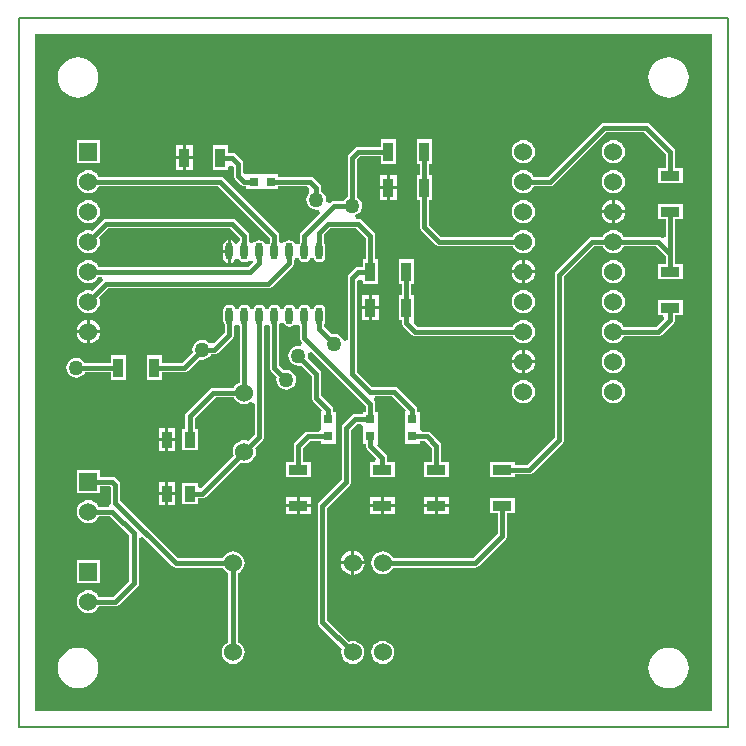
<source format=gtl>
G04 Layer_Physical_Order=1*
G04 Layer_Color=255*
%FSLAX25Y25*%
%MOIN*%
G70*
G01*
G75*
%ADD10R,0.06496X0.03543*%
%ADD11R,0.03543X0.06496*%
%ADD12O,0.02362X0.05709*%
%ADD13R,0.03543X0.05512*%
%ADD14R,0.03150X0.03150*%
%ADD15R,0.03150X0.03150*%
%ADD16C,0.01600*%
%ADD17C,0.00800*%
%ADD18C,0.06000*%
%ADD19R,0.06000X0.06000*%
%ADD20C,0.05000*%
G36*
X427808Y493451D02*
X202113D01*
Y719147D01*
X427808D01*
Y493451D01*
D02*
G37*
%LPC*%
G36*
X245661Y583500D02*
X243390D01*
Y580244D01*
X245661D01*
Y583500D01*
D02*
G37*
G36*
X248933Y569756D02*
X246661D01*
Y566500D01*
X248933D01*
Y569756D01*
D02*
G37*
G36*
Y583500D02*
X246661D01*
Y580244D01*
X248933D01*
Y583500D01*
D02*
G37*
G36*
Y587756D02*
X246661D01*
Y584500D01*
X248933D01*
Y587756D01*
D02*
G37*
G36*
X245661D02*
X243390D01*
Y584500D01*
X245661D01*
Y587756D01*
D02*
G37*
G36*
X289500Y564768D02*
X285752D01*
Y562496D01*
X289500D01*
Y564768D01*
D02*
G37*
G36*
X335500D02*
X331752D01*
Y562496D01*
X335500D01*
Y564768D01*
D02*
G37*
G36*
X340248D02*
X336500D01*
Y562496D01*
X340248D01*
Y564768D01*
D02*
G37*
G36*
X245661Y569756D02*
X243390D01*
Y566500D01*
X245661D01*
Y569756D01*
D02*
G37*
G36*
X294248Y564768D02*
X290500D01*
Y562496D01*
X294248D01*
Y564768D01*
D02*
G37*
G36*
X364500Y613969D02*
X363956Y613897D01*
X362983Y613494D01*
X362147Y612853D01*
X361506Y612017D01*
X361103Y611044D01*
X361031Y610500D01*
X364500D01*
Y613969D01*
D02*
G37*
G36*
X232568Y612048D02*
X227424D01*
Y609631D01*
X218896D01*
X218882Y609664D01*
X218354Y610354D01*
X217664Y610883D01*
X216862Y611215D01*
X216000Y611329D01*
X215139Y611215D01*
X214336Y610883D01*
X213646Y610354D01*
X213118Y609664D01*
X212785Y608861D01*
X212671Y608000D01*
X212785Y607138D01*
X213118Y606336D01*
X213646Y605646D01*
X214336Y605118D01*
X215139Y604785D01*
X216000Y604671D01*
X216862Y604785D01*
X217664Y605118D01*
X218354Y605646D01*
X218882Y606336D01*
X218896Y606369D01*
X227424D01*
Y603952D01*
X232568D01*
Y612048D01*
D02*
G37*
G36*
X365500Y613969D02*
Y610500D01*
X368969D01*
X368897Y611044D01*
X368494Y612017D01*
X367853Y612853D01*
X367017Y613494D01*
X366044Y613897D01*
X365500Y613969D01*
D02*
G37*
G36*
X223969Y619500D02*
X220500D01*
Y616031D01*
X221044Y616103D01*
X222017Y616506D01*
X222853Y617147D01*
X223494Y617983D01*
X223897Y618956D01*
X223969Y619500D01*
D02*
G37*
G36*
X219500D02*
X216031D01*
X216103Y618956D01*
X216506Y617983D01*
X217147Y617147D01*
X217983Y616506D01*
X218956Y616103D01*
X219500Y616031D01*
Y619500D01*
D02*
G37*
G36*
X395000Y603833D02*
X394008Y603702D01*
X393084Y603319D01*
X392290Y602710D01*
X391681Y601916D01*
X391298Y600992D01*
X391167Y600000D01*
X391298Y599008D01*
X391681Y598084D01*
X392290Y597290D01*
X393084Y596681D01*
X394008Y596298D01*
X395000Y596167D01*
X395992Y596298D01*
X396916Y596681D01*
X397710Y597290D01*
X398319Y598084D01*
X398702Y599008D01*
X398833Y600000D01*
X398702Y600992D01*
X398319Y601916D01*
X397710Y602710D01*
X396916Y603319D01*
X395992Y603702D01*
X395000Y603833D01*
D02*
G37*
G36*
X365000D02*
X364008Y603702D01*
X363084Y603319D01*
X362290Y602710D01*
X361681Y601916D01*
X361298Y600992D01*
X361167Y600000D01*
X361298Y599008D01*
X361681Y598084D01*
X362290Y597290D01*
X363084Y596681D01*
X364008Y596298D01*
X365000Y596167D01*
X365992Y596298D01*
X366916Y596681D01*
X367710Y597290D01*
X368319Y598084D01*
X368702Y599008D01*
X368833Y600000D01*
X368702Y600992D01*
X368319Y601916D01*
X367710Y602710D01*
X366916Y603319D01*
X365992Y603702D01*
X365000Y603833D01*
D02*
G37*
G36*
X364500Y609500D02*
X361031D01*
X361103Y608956D01*
X361506Y607983D01*
X362147Y607147D01*
X362983Y606506D01*
X363956Y606103D01*
X364500Y606031D01*
Y609500D01*
D02*
G37*
G36*
X395000Y613833D02*
X394008Y613702D01*
X393084Y613319D01*
X392290Y612710D01*
X391681Y611916D01*
X391298Y610992D01*
X391167Y610000D01*
X391298Y609008D01*
X391681Y608084D01*
X392290Y607290D01*
X393084Y606681D01*
X394008Y606298D01*
X395000Y606167D01*
X395992Y606298D01*
X396916Y606681D01*
X397710Y607290D01*
X398319Y608084D01*
X398702Y609008D01*
X398833Y610000D01*
X398702Y610992D01*
X398319Y611916D01*
X397710Y612710D01*
X396916Y613319D01*
X395992Y613702D01*
X395000Y613833D01*
D02*
G37*
G36*
X368969Y609500D02*
X365500D01*
Y606031D01*
X366044Y606103D01*
X367017Y606506D01*
X367853Y607147D01*
X368494Y607983D01*
X368897Y608956D01*
X368969Y609500D01*
D02*
G37*
G36*
X307563Y546929D02*
X307019Y546858D01*
X306046Y546455D01*
X305210Y545814D01*
X304569Y544978D01*
X304166Y544005D01*
X304094Y543461D01*
X307563D01*
Y546929D01*
D02*
G37*
G36*
X312032Y542461D02*
X308563D01*
Y538992D01*
X309107Y539064D01*
X310080Y539467D01*
X310916Y540108D01*
X311557Y540943D01*
X311960Y541916D01*
X312032Y542461D01*
D02*
G37*
G36*
X308563Y546929D02*
Y543461D01*
X312032D01*
X311960Y544005D01*
X311557Y544978D01*
X310916Y545814D01*
X310080Y546455D01*
X309107Y546858D01*
X308563Y546929D01*
D02*
G37*
G36*
X289500Y561496D02*
X285752D01*
Y559224D01*
X289500D01*
Y561496D01*
D02*
G37*
G36*
X362048Y564568D02*
X353952D01*
Y559424D01*
X356369D01*
Y552676D01*
X348285Y544592D01*
X321500D01*
X321382Y544877D01*
X320773Y545671D01*
X319979Y546280D01*
X319055Y546663D01*
X318063Y546793D01*
X317071Y546663D01*
X316147Y546280D01*
X315353Y545671D01*
X314744Y544877D01*
X314361Y543953D01*
X314230Y542961D01*
X314361Y541969D01*
X314744Y541044D01*
X315353Y540250D01*
X316147Y539641D01*
X317071Y539258D01*
X318063Y539128D01*
X319055Y539258D01*
X319979Y539641D01*
X320773Y540250D01*
X321382Y541044D01*
X321500Y541329D01*
X348961D01*
X349585Y541454D01*
X350114Y541807D01*
X359154Y550846D01*
X359507Y551376D01*
X359631Y552000D01*
Y559424D01*
X362048D01*
Y564568D01*
D02*
G37*
G36*
X413386Y514612D02*
X412071Y514482D01*
X410807Y514099D01*
X409642Y513476D01*
X408621Y512639D01*
X407783Y511617D01*
X407161Y510453D01*
X406777Y509189D01*
X406648Y507874D01*
X406777Y506560D01*
X407161Y505296D01*
X407783Y504131D01*
X408621Y503110D01*
X409642Y502272D01*
X410807Y501649D01*
X412071Y501265D01*
X413386Y501136D01*
X414700Y501265D01*
X415964Y501649D01*
X417129Y502272D01*
X418150Y503110D01*
X418988Y504131D01*
X419611Y505296D01*
X419994Y506560D01*
X420124Y507874D01*
X419994Y509189D01*
X419611Y510453D01*
X418988Y511617D01*
X418150Y512639D01*
X417129Y513476D01*
X415964Y514099D01*
X414700Y514482D01*
X413386Y514612D01*
D02*
G37*
G36*
X216535D02*
X215221Y514482D01*
X213957Y514099D01*
X212792Y513476D01*
X211771Y512639D01*
X210933Y511617D01*
X210310Y510453D01*
X209927Y509189D01*
X209798Y507874D01*
X209927Y506560D01*
X210310Y505296D01*
X210933Y504131D01*
X211771Y503110D01*
X212792Y502272D01*
X213957Y501649D01*
X215221Y501265D01*
X216535Y501136D01*
X217850Y501265D01*
X219114Y501649D01*
X220279Y502272D01*
X221300Y503110D01*
X222138Y504131D01*
X222761Y505296D01*
X223144Y506560D01*
X223273Y507874D01*
X223144Y509189D01*
X222761Y510453D01*
X222138Y511617D01*
X221300Y512639D01*
X220279Y513476D01*
X219114Y514099D01*
X217850Y514482D01*
X216535Y514612D01*
D02*
G37*
G36*
X318063Y516872D02*
X317071Y516742D01*
X316147Y516359D01*
X315353Y515750D01*
X314744Y514956D01*
X314361Y514031D01*
X314230Y513039D01*
X314361Y512047D01*
X314744Y511123D01*
X315353Y510329D01*
X316147Y509720D01*
X317071Y509337D01*
X318063Y509207D01*
X319055Y509337D01*
X319979Y509720D01*
X320773Y510329D01*
X321382Y511123D01*
X321765Y512047D01*
X321896Y513039D01*
X321765Y514031D01*
X321382Y514956D01*
X320773Y515750D01*
X319979Y516359D01*
X319055Y516742D01*
X318063Y516872D01*
D02*
G37*
G36*
X307563Y542461D02*
X304094D01*
X304166Y541916D01*
X304569Y540943D01*
X305210Y540108D01*
X306046Y539467D01*
X307019Y539064D01*
X307563Y538992D01*
Y542461D01*
D02*
G37*
G36*
X223800Y543800D02*
X216200D01*
Y536200D01*
X223800D01*
Y543800D01*
D02*
G37*
G36*
X245661Y565500D02*
X243390D01*
Y562244D01*
X245661D01*
Y565500D01*
D02*
G37*
G36*
X223800Y573800D02*
X216200D01*
Y566200D01*
X223800D01*
Y568369D01*
X227324D01*
X227369Y568324D01*
Y563000D01*
X227402Y562831D01*
X226762Y561800D01*
X226547Y561631D01*
X223437D01*
X223319Y561916D01*
X222710Y562710D01*
X221916Y563319D01*
X220992Y563702D01*
X220000Y563833D01*
X219008Y563702D01*
X218084Y563319D01*
X217290Y562710D01*
X216681Y561916D01*
X216298Y560992D01*
X216167Y560000D01*
X216298Y559008D01*
X216681Y558084D01*
X217290Y557290D01*
X218084Y556681D01*
X219008Y556298D01*
X220000Y556167D01*
X220992Y556298D01*
X221916Y556681D01*
X222710Y557290D01*
X223319Y558084D01*
X223437Y558369D01*
X227324D01*
X233592Y552101D01*
Y536899D01*
X228324Y531631D01*
X223437D01*
X223319Y531916D01*
X222710Y532710D01*
X221916Y533319D01*
X220992Y533702D01*
X220000Y533833D01*
X219008Y533702D01*
X218084Y533319D01*
X217290Y532710D01*
X216681Y531916D01*
X216298Y530992D01*
X216167Y530000D01*
X216298Y529008D01*
X216681Y528084D01*
X217290Y527290D01*
X218084Y526681D01*
X219008Y526298D01*
X220000Y526167D01*
X220992Y526298D01*
X221916Y526681D01*
X222710Y527290D01*
X223319Y528084D01*
X223437Y528369D01*
X229000D01*
X229624Y528493D01*
X230153Y528847D01*
X236377Y535070D01*
X236731Y535599D01*
X236855Y536224D01*
Y551141D01*
X238055Y551638D01*
X247886Y541807D01*
X248415Y541454D01*
X249039Y541329D01*
X264862D01*
X264980Y541044D01*
X265589Y540250D01*
X266383Y539641D01*
X266668Y539523D01*
Y516477D01*
X266383Y516359D01*
X265589Y515750D01*
X264980Y514956D01*
X264597Y514031D01*
X264466Y513039D01*
X264597Y512047D01*
X264980Y511123D01*
X265589Y510329D01*
X266383Y509720D01*
X267307Y509337D01*
X268299Y509207D01*
X269291Y509337D01*
X270216Y509720D01*
X271009Y510329D01*
X271619Y511123D01*
X272001Y512047D01*
X272132Y513039D01*
X272001Y514031D01*
X271619Y514956D01*
X271009Y515750D01*
X270216Y516359D01*
X269931Y516477D01*
Y539523D01*
X270216Y539641D01*
X271009Y540250D01*
X271619Y541044D01*
X272001Y541969D01*
X272132Y542961D01*
X272001Y543953D01*
X271619Y544877D01*
X271009Y545671D01*
X270216Y546280D01*
X269291Y546663D01*
X268299Y546793D01*
X267307Y546663D01*
X266383Y546280D01*
X265589Y545671D01*
X264980Y544877D01*
X264862Y544592D01*
X249715D01*
X230631Y563676D01*
Y569000D01*
X230507Y569624D01*
X230153Y570154D01*
X229153Y571153D01*
X228624Y571507D01*
X228000Y571631D01*
X223800D01*
Y573800D01*
D02*
G37*
G36*
X248933Y565500D02*
X246661D01*
Y562244D01*
X248933D01*
Y565500D01*
D02*
G37*
G36*
X322248Y564768D02*
X318500D01*
Y562496D01*
X322248D01*
Y564768D01*
D02*
G37*
G36*
X317500D02*
X313752D01*
Y562496D01*
X317500D01*
Y564768D01*
D02*
G37*
G36*
X335500Y561496D02*
X331752D01*
Y559224D01*
X335500D01*
Y561496D01*
D02*
G37*
G36*
X294248D02*
X290500D01*
Y559224D01*
X294248D01*
Y561496D01*
D02*
G37*
G36*
X340248D02*
X336500D01*
Y559224D01*
X340248D01*
Y561496D01*
D02*
G37*
G36*
X322248Y561496D02*
X318500D01*
Y559224D01*
X322248D01*
Y561496D01*
D02*
G37*
G36*
X317500D02*
X313752D01*
Y559224D01*
X317500D01*
Y561496D01*
D02*
G37*
G36*
X322768Y667500D02*
X320496D01*
Y663752D01*
X322768D01*
Y667500D01*
D02*
G37*
G36*
X319496D02*
X317224D01*
Y663752D01*
X319496D01*
Y667500D01*
D02*
G37*
G36*
X395000Y673833D02*
X394008Y673702D01*
X393084Y673319D01*
X392290Y672710D01*
X391681Y671916D01*
X391298Y670992D01*
X391167Y670000D01*
X391298Y669008D01*
X391681Y668084D01*
X392290Y667290D01*
X393084Y666681D01*
X394008Y666298D01*
X395000Y666167D01*
X395992Y666298D01*
X396916Y666681D01*
X397710Y667290D01*
X398319Y668084D01*
X398702Y669008D01*
X398833Y670000D01*
X398702Y670992D01*
X398319Y671916D01*
X397710Y672710D01*
X396916Y673319D01*
X395992Y673702D01*
X395000Y673833D01*
D02*
G37*
G36*
X322768Y672248D02*
X320496D01*
Y668500D01*
X322768D01*
Y672248D01*
D02*
G37*
G36*
X319496D02*
X317224D01*
Y668500D01*
X319496D01*
Y672248D01*
D02*
G37*
G36*
X365000Y663833D02*
X364008Y663702D01*
X363084Y663319D01*
X362290Y662710D01*
X361681Y661916D01*
X361298Y660992D01*
X361167Y660000D01*
X361298Y659008D01*
X361681Y658084D01*
X362290Y657290D01*
X363084Y656681D01*
X364008Y656298D01*
X365000Y656167D01*
X365992Y656298D01*
X366916Y656681D01*
X367710Y657290D01*
X368319Y658084D01*
X368702Y659008D01*
X368833Y660000D01*
X368702Y660992D01*
X368319Y661916D01*
X367710Y662710D01*
X366916Y663319D01*
X365992Y663702D01*
X365000Y663833D01*
D02*
G37*
G36*
X220000D02*
X219008Y663702D01*
X218084Y663319D01*
X217290Y662710D01*
X216681Y661916D01*
X216298Y660992D01*
X216167Y660000D01*
X216298Y659008D01*
X216681Y658084D01*
X217290Y657290D01*
X218084Y656681D01*
X219008Y656298D01*
X220000Y656167D01*
X220992Y656298D01*
X221916Y656681D01*
X222710Y657290D01*
X223319Y658084D01*
X223702Y659008D01*
X223833Y660000D01*
X223702Y660992D01*
X223319Y661916D01*
X222710Y662710D01*
X221916Y663319D01*
X220992Y663702D01*
X220000Y663833D01*
D02*
G37*
G36*
X394500Y663969D02*
X393956Y663897D01*
X392983Y663494D01*
X392147Y662853D01*
X391506Y662017D01*
X391103Y661044D01*
X391031Y660500D01*
X394500D01*
Y663969D01*
D02*
G37*
G36*
X322568Y684048D02*
X317424D01*
Y681631D01*
X310000D01*
X309376Y681507D01*
X308846Y681153D01*
X306846Y679153D01*
X306493Y678624D01*
X306369Y678000D01*
Y664896D01*
X306336Y664883D01*
X305646Y664354D01*
X305118Y663664D01*
X305104Y663631D01*
X302000D01*
X302000Y663631D01*
X301376Y663507D01*
X300847Y663154D01*
X300511Y662818D01*
X299313Y663137D01*
X299227Y663231D01*
X299328Y664000D01*
X299215Y664861D01*
X298883Y665664D01*
X298354Y666354D01*
X297664Y666883D01*
X297631Y666896D01*
Y668000D01*
X297507Y668624D01*
X297153Y669153D01*
X295153Y671153D01*
X294624Y671507D01*
X294000Y671631D01*
X283328D01*
Y672375D01*
X278622D01*
X278578Y672375D01*
X277422D01*
X277378Y672375D01*
X272673D01*
X272672Y672375D01*
X271631Y672758D01*
Y676000D01*
X271507Y676624D01*
X271153Y677153D01*
X269153Y679153D01*
X268624Y679507D01*
X268000Y679631D01*
X266576D01*
Y682048D01*
X261432D01*
Y673952D01*
X266576D01*
Y674840D01*
X267776Y675400D01*
X268369Y674942D01*
Y672000D01*
X268493Y671376D01*
X268847Y670847D01*
X270847Y668847D01*
X271376Y668493D01*
X272000Y668369D01*
X272672D01*
Y667625D01*
X277378D01*
X277422Y667625D01*
X278578D01*
X278622Y667625D01*
X283328D01*
Y668369D01*
X292811D01*
X293610Y667521D01*
X293646Y666354D01*
X293117Y665664D01*
X292785Y664861D01*
X292671Y664000D01*
X292785Y663138D01*
X293117Y662336D01*
X293646Y661646D01*
X294336Y661118D01*
X295139Y660785D01*
X296000Y660672D01*
X296769Y660773D01*
X296863Y660687D01*
X297182Y659489D01*
X290846Y653154D01*
X290493Y652624D01*
X290369Y652000D01*
Y649526D01*
X290134Y649175D01*
X290112Y649063D01*
X288888D01*
X288866Y649175D01*
X288428Y649830D01*
X287773Y650268D01*
X287000Y650421D01*
X286227Y650268D01*
X285572Y649830D01*
X285551Y649799D01*
X284098Y649651D01*
X283631Y650157D01*
Y652000D01*
X283507Y652624D01*
X283154Y653154D01*
X265154Y671153D01*
X264624Y671507D01*
X264000Y671631D01*
X223437D01*
X223319Y671916D01*
X222710Y672710D01*
X221916Y673319D01*
X220992Y673702D01*
X220000Y673833D01*
X219008Y673702D01*
X218084Y673319D01*
X217290Y672710D01*
X216681Y671916D01*
X216298Y670992D01*
X216167Y670000D01*
X216298Y669008D01*
X216681Y668084D01*
X217290Y667290D01*
X218084Y666681D01*
X219008Y666298D01*
X220000Y666167D01*
X220992Y666298D01*
X221916Y666681D01*
X222710Y667290D01*
X223319Y668084D01*
X223437Y668369D01*
X263324D01*
X280369Y651324D01*
Y649526D01*
X280134Y649175D01*
X280112Y649063D01*
X278888D01*
X278866Y649175D01*
X278428Y649830D01*
X277773Y650268D01*
X277000Y650421D01*
X276227Y650268D01*
X275572Y649830D01*
X275551Y649799D01*
X274098Y649651D01*
X273631Y650157D01*
Y652000D01*
X273507Y652624D01*
X273153Y653154D01*
X269153Y657154D01*
X268624Y657507D01*
X268000Y657631D01*
X226000D01*
X225376Y657507D01*
X224847Y657154D01*
X221277Y653584D01*
X220992Y653702D01*
X220000Y653833D01*
X219008Y653702D01*
X218084Y653319D01*
X217290Y652710D01*
X216681Y651916D01*
X216298Y650992D01*
X216167Y650000D01*
X216298Y649008D01*
X216681Y648084D01*
X217290Y647290D01*
X218084Y646681D01*
X219008Y646298D01*
X220000Y646167D01*
X220992Y646298D01*
X221916Y646681D01*
X222710Y647290D01*
X223319Y648084D01*
X223702Y649008D01*
X223833Y650000D01*
X223702Y650992D01*
X223584Y651277D01*
X226676Y654369D01*
X267324D01*
X270369Y651324D01*
Y650059D01*
X269243Y649346D01*
X268955Y649401D01*
X268572Y649974D01*
X267851Y650456D01*
X267500Y650526D01*
Y646728D01*
Y642931D01*
X267851Y643001D01*
X268572Y643483D01*
X268955Y644056D01*
X269516Y644163D01*
X270257Y644098D01*
X270572Y643627D01*
X271227Y643189D01*
X272000Y643035D01*
X272773Y643189D01*
X273428Y643627D01*
X274770Y643474D01*
X274886Y643193D01*
X273324Y641631D01*
X223437D01*
X223319Y641916D01*
X222710Y642710D01*
X221916Y643319D01*
X220992Y643702D01*
X220000Y643833D01*
X219008Y643702D01*
X218084Y643319D01*
X217290Y642710D01*
X216681Y641916D01*
X216298Y640992D01*
X216167Y640000D01*
X216298Y639008D01*
X216681Y638084D01*
X217290Y637290D01*
X218084Y636681D01*
X219008Y636298D01*
X220000Y636167D01*
X220992Y636298D01*
X221916Y636681D01*
X222710Y637290D01*
X223319Y638084D01*
X223377Y638222D01*
X224540Y638234D01*
X224859Y637162D01*
X224847Y637153D01*
X221277Y633584D01*
X220992Y633702D01*
X220000Y633833D01*
X219008Y633702D01*
X218084Y633319D01*
X217290Y632710D01*
X216681Y631916D01*
X216298Y630992D01*
X216167Y630000D01*
X216298Y629008D01*
X216681Y628084D01*
X217290Y627290D01*
X218084Y626681D01*
X219008Y626298D01*
X220000Y626167D01*
X220992Y626298D01*
X221916Y626681D01*
X222710Y627290D01*
X223319Y628084D01*
X223702Y629008D01*
X223833Y630000D01*
X223702Y630992D01*
X223584Y631277D01*
X226676Y634369D01*
X280000D01*
X280624Y634493D01*
X281153Y634846D01*
X288154Y641847D01*
X288507Y642376D01*
X288631Y643000D01*
Y643931D01*
X288866Y644282D01*
X288888Y644393D01*
X290112D01*
X290134Y644282D01*
X290572Y643627D01*
X291227Y643189D01*
X292000Y643035D01*
X292773Y643189D01*
X293428Y643627D01*
X293866Y644282D01*
X293888Y644393D01*
X295112D01*
X295134Y644282D01*
X295572Y643627D01*
X296227Y643189D01*
X297000Y643035D01*
X297773Y643189D01*
X298428Y643627D01*
X298866Y644282D01*
X299020Y645055D01*
Y648402D01*
X298866Y649175D01*
X298631Y649526D01*
Y652324D01*
X300676Y654369D01*
X309324D01*
X312369Y651324D01*
Y644048D01*
X311428D01*
Y641631D01*
X310000D01*
X309376Y641507D01*
X308846Y641153D01*
X306846Y639153D01*
X306493Y638624D01*
X306369Y638000D01*
Y617081D01*
X305215Y616861D01*
X304883Y617664D01*
X304354Y618354D01*
X303664Y618883D01*
X302861Y619215D01*
X302000Y619328D01*
X301138Y619215D01*
X301106Y619201D01*
X298631Y621676D01*
Y622474D01*
X298866Y622825D01*
X299020Y623598D01*
Y626945D01*
X298866Y627718D01*
X298428Y628373D01*
X297773Y628811D01*
X297000Y628965D01*
X296227Y628811D01*
X295572Y628373D01*
X295134Y627718D01*
X295112Y627607D01*
X293888D01*
X293866Y627718D01*
X293428Y628373D01*
X292773Y628811D01*
X292000Y628965D01*
X291227Y628811D01*
X290572Y628373D01*
X290134Y627718D01*
X290112Y627607D01*
X288888D01*
X288866Y627718D01*
X288428Y628373D01*
X287773Y628811D01*
X287000Y628965D01*
X286227Y628811D01*
X285572Y628373D01*
X285134Y627718D01*
X285112Y627607D01*
X283888D01*
X283866Y627718D01*
X283428Y628373D01*
X282773Y628811D01*
X282000Y628965D01*
X281227Y628811D01*
X280572Y628373D01*
X280134Y627718D01*
X280112Y627607D01*
X278888D01*
X278866Y627718D01*
X278428Y628373D01*
X277773Y628811D01*
X277000Y628965D01*
X276227Y628811D01*
X275572Y628373D01*
X275134Y627718D01*
X275112Y627607D01*
X273888D01*
X273866Y627718D01*
X273428Y628373D01*
X272773Y628811D01*
X272000Y628965D01*
X271227Y628811D01*
X270572Y628373D01*
X270134Y627718D01*
X270112Y627607D01*
X268888D01*
X268866Y627718D01*
X268428Y628373D01*
X267773Y628811D01*
X267000Y628965D01*
X266227Y628811D01*
X265572Y628373D01*
X265134Y627718D01*
X264980Y626945D01*
Y623598D01*
X265134Y622825D01*
X265369Y622474D01*
Y619676D01*
X261904Y616211D01*
X261876Y616196D01*
X260399Y616294D01*
X260354Y616354D01*
X259664Y616883D01*
X258861Y617215D01*
X258000Y617329D01*
X257138Y617215D01*
X256336Y616883D01*
X255646Y616354D01*
X255118Y615664D01*
X254785Y614861D01*
X254672Y614000D01*
X254785Y613138D01*
X254799Y613106D01*
X251324Y609631D01*
X244576D01*
Y612048D01*
X239432D01*
Y603952D01*
X244576D01*
Y606369D01*
X252000D01*
X252624Y606493D01*
X253153Y606847D01*
X257106Y610799D01*
X257138Y610785D01*
X258000Y610672D01*
X258861Y610785D01*
X259664Y611118D01*
X260354Y611646D01*
X260882Y612336D01*
X260896Y612369D01*
X262000D01*
X262624Y612493D01*
X263154Y612847D01*
X268154Y617846D01*
X268507Y618376D01*
X268631Y619000D01*
Y621957D01*
X269689Y622370D01*
X269902Y622349D01*
X270369Y621843D01*
Y603122D01*
X270084Y603004D01*
X269290Y602395D01*
X268681Y601601D01*
X268563Y601316D01*
X261685D01*
X261061Y601192D01*
X260531Y600839D01*
X252685Y592992D01*
X252331Y592463D01*
X252207Y591839D01*
Y587556D01*
X251267D01*
Y580444D01*
X256410D01*
Y587556D01*
X255470D01*
Y591163D01*
X262361Y598054D01*
X268563D01*
X268681Y597769D01*
X269290Y596975D01*
X270084Y596366D01*
X271008Y595983D01*
X272000Y595852D01*
X272992Y595983D01*
X273916Y596366D01*
X274169Y596559D01*
X275369Y595967D01*
Y585676D01*
X273277Y583584D01*
X272992Y583702D01*
X272000Y583833D01*
X271008Y583702D01*
X270084Y583319D01*
X269290Y582710D01*
X268681Y581916D01*
X268298Y580992D01*
X268167Y580000D01*
X268298Y579008D01*
X268416Y578723D01*
X257610Y567917D01*
X256410Y568322D01*
Y569556D01*
X251267D01*
Y562444D01*
X256410D01*
Y564369D01*
X258000D01*
X258624Y564493D01*
X259154Y564847D01*
X270723Y576416D01*
X271008Y576298D01*
X272000Y576167D01*
X272992Y576298D01*
X273916Y576681D01*
X274710Y577290D01*
X275319Y578084D01*
X275702Y579008D01*
X275833Y580000D01*
X275702Y580992D01*
X275584Y581277D01*
X278153Y583847D01*
X278507Y584376D01*
X278631Y585000D01*
Y621957D01*
X279689Y622370D01*
X279902Y622349D01*
X280369Y621843D01*
Y608000D01*
X280493Y607376D01*
X280847Y606847D01*
X282799Y604894D01*
X282785Y604861D01*
X282671Y604000D01*
X282785Y603138D01*
X283118Y602336D01*
X283646Y601646D01*
X284336Y601118D01*
X285139Y600785D01*
X286000Y600671D01*
X286861Y600785D01*
X287664Y601118D01*
X288354Y601646D01*
X288882Y602336D01*
X289215Y603138D01*
X289329Y604000D01*
X289215Y604861D01*
X288882Y605664D01*
X288354Y606354D01*
X287664Y606882D01*
X286861Y607215D01*
X286000Y607329D01*
X285139Y607215D01*
X285106Y607201D01*
X283631Y608676D01*
Y622474D01*
X283866Y622825D01*
X283888Y622936D01*
X285112D01*
X285134Y622825D01*
X285572Y622170D01*
X286227Y621732D01*
X287000Y621579D01*
X287773Y621732D01*
X288428Y622170D01*
X288449Y622201D01*
X289902Y622349D01*
X290369Y621843D01*
Y618000D01*
X290493Y617376D01*
X290846Y616847D01*
X291182Y616511D01*
X290863Y615313D01*
X290769Y615227D01*
X290000Y615329D01*
X289139Y615215D01*
X288336Y614883D01*
X287646Y614354D01*
X287118Y613664D01*
X286785Y612861D01*
X286671Y612000D01*
X286785Y611138D01*
X287118Y610336D01*
X287646Y609646D01*
X288336Y609118D01*
X289139Y608785D01*
X290000Y608672D01*
X290862Y608785D01*
X290894Y608799D01*
X294369Y605324D01*
Y598000D01*
X294493Y597376D01*
X294847Y596846D01*
X297842Y593851D01*
X297625Y593328D01*
X297625D01*
Y588622D01*
X297625Y588578D01*
Y587422D01*
X296715Y586679D01*
X293047D01*
X292423Y586554D01*
X291894Y586201D01*
X288846Y583153D01*
X288493Y582624D01*
X288369Y582000D01*
Y576576D01*
X285952D01*
Y571432D01*
X294048D01*
Y576576D01*
X291631D01*
Y581324D01*
X293723Y583416D01*
X297625D01*
Y582673D01*
X302375D01*
Y587378D01*
X302375Y587422D01*
Y588578D01*
X302375Y588622D01*
Y593328D01*
X301631D01*
Y594000D01*
X301507Y594624D01*
X301153Y595154D01*
X297631Y598676D01*
Y606000D01*
X297507Y606624D01*
X297153Y607154D01*
X293201Y611106D01*
X293215Y611138D01*
X293328Y612000D01*
X293227Y612769D01*
X293313Y612863D01*
X294511Y613182D01*
X312369Y595324D01*
Y593328D01*
X311625D01*
Y592584D01*
X308953D01*
X308329Y592460D01*
X307799Y592106D01*
X304847Y589153D01*
X304493Y588624D01*
X304369Y588000D01*
Y570676D01*
X296847Y563154D01*
X296493Y562624D01*
X296369Y562000D01*
Y523102D01*
X296493Y522478D01*
X296847Y521949D01*
X304479Y514316D01*
X304361Y514031D01*
X304230Y513039D01*
X304361Y512047D01*
X304744Y511123D01*
X305353Y510329D01*
X306147Y509720D01*
X307071Y509337D01*
X308063Y509207D01*
X309055Y509337D01*
X309979Y509720D01*
X310773Y510329D01*
X311382Y511123D01*
X311765Y512047D01*
X311896Y513039D01*
X311765Y514031D01*
X311382Y514956D01*
X310773Y515750D01*
X309979Y516359D01*
X309055Y516742D01*
X308063Y516872D01*
X307071Y516742D01*
X306786Y516623D01*
X299631Y523778D01*
Y561324D01*
X307154Y568847D01*
X307507Y569376D01*
X307631Y570000D01*
Y587324D01*
X309629Y589321D01*
X310715D01*
X311625Y588578D01*
Y587422D01*
X311625Y587378D01*
Y582673D01*
X312369D01*
Y582000D01*
X312493Y581376D01*
X312846Y580847D01*
X315917Y577776D01*
X315420Y576576D01*
X313952D01*
Y571432D01*
X322048D01*
Y576576D01*
X319631D01*
Y578000D01*
X319507Y578624D01*
X319153Y579153D01*
X316158Y582149D01*
X316375Y582673D01*
X316375D01*
Y587378D01*
X316375Y587422D01*
Y588578D01*
X316375Y588622D01*
Y593328D01*
X315631D01*
Y596000D01*
X315507Y596624D01*
X315154Y597154D01*
X315138Y597169D01*
X315635Y598369D01*
X321324D01*
X325842Y593851D01*
X325625Y593328D01*
X325625D01*
Y588622D01*
X325625Y588578D01*
Y587422D01*
X325625Y587378D01*
Y582673D01*
X330375D01*
Y583416D01*
X332277D01*
X334369Y581324D01*
Y576576D01*
X331952D01*
Y571432D01*
X340048D01*
Y576576D01*
X337631D01*
Y582000D01*
X337507Y582624D01*
X337154Y583153D01*
X334106Y586201D01*
X333577Y586554D01*
X332953Y586679D01*
X331285D01*
X330375Y587422D01*
Y588578D01*
X330375Y588622D01*
Y593328D01*
X329631D01*
Y594000D01*
X329507Y594624D01*
X329153Y595154D01*
X323153Y601154D01*
X322624Y601507D01*
X322000Y601631D01*
X314676D01*
X309631Y606676D01*
Y636950D01*
X310228Y637412D01*
X311428Y636858D01*
Y635952D01*
X316572D01*
Y644048D01*
X315631D01*
Y652000D01*
X315507Y652624D01*
X315154Y653154D01*
X311154Y657154D01*
X310624Y657507D01*
X310000Y657631D01*
X309081D01*
X308861Y658785D01*
X309664Y659118D01*
X310354Y659646D01*
X310882Y660336D01*
X311215Y661138D01*
X311329Y662000D01*
X311215Y662861D01*
X310882Y663664D01*
X310354Y664354D01*
X309664Y664883D01*
X309631Y664896D01*
Y677324D01*
X310676Y678369D01*
X317424D01*
Y675952D01*
X322568D01*
Y684048D01*
D02*
G37*
G36*
X395500Y663969D02*
Y660500D01*
X398969D01*
X398897Y661044D01*
X398494Y662017D01*
X397853Y662853D01*
X397017Y663494D01*
X396044Y663897D01*
X395500Y663969D01*
D02*
G37*
G36*
X251496Y682248D02*
X249224D01*
Y678500D01*
X251496D01*
Y682248D01*
D02*
G37*
G36*
X223800Y683800D02*
X216200D01*
Y676200D01*
X223800D01*
Y683800D01*
D02*
G37*
G36*
X254768Y682248D02*
X252496D01*
Y678500D01*
X254768D01*
Y682248D01*
D02*
G37*
G36*
X413386Y711462D02*
X412071Y711333D01*
X410807Y710950D01*
X409642Y710327D01*
X408621Y709489D01*
X407783Y708468D01*
X407161Y707303D01*
X406777Y706039D01*
X406648Y704724D01*
X406777Y703410D01*
X407161Y702146D01*
X407783Y700981D01*
X408621Y699960D01*
X409642Y699122D01*
X410807Y698499D01*
X412071Y698116D01*
X413386Y697986D01*
X414700Y698116D01*
X415964Y698499D01*
X417129Y699122D01*
X418150Y699960D01*
X418988Y700981D01*
X419611Y702146D01*
X419994Y703410D01*
X420124Y704724D01*
X419994Y706039D01*
X419611Y707303D01*
X418988Y708468D01*
X418150Y709489D01*
X417129Y710327D01*
X415964Y710950D01*
X414700Y711333D01*
X413386Y711462D01*
D02*
G37*
G36*
X216535D02*
X215221Y711333D01*
X213957Y710950D01*
X212792Y710327D01*
X211771Y709489D01*
X210933Y708468D01*
X210310Y707303D01*
X209927Y706039D01*
X209798Y704724D01*
X209927Y703410D01*
X210310Y702146D01*
X210933Y700981D01*
X211771Y699960D01*
X212792Y699122D01*
X213957Y698499D01*
X215221Y698116D01*
X216535Y697986D01*
X217850Y698116D01*
X219114Y698499D01*
X220279Y699122D01*
X221300Y699960D01*
X222138Y700981D01*
X222761Y702146D01*
X223144Y703410D01*
X223273Y704724D01*
X223144Y706039D01*
X222761Y707303D01*
X222138Y708468D01*
X221300Y709489D01*
X220279Y710327D01*
X219114Y710950D01*
X217850Y711333D01*
X216535Y711462D01*
D02*
G37*
G36*
X251496Y677500D02*
X249224D01*
Y673752D01*
X251496D01*
Y677500D01*
D02*
G37*
G36*
X406000Y689631D02*
X392000D01*
X391376Y689507D01*
X390846Y689153D01*
X373324Y671631D01*
X368437D01*
X368319Y671916D01*
X367710Y672710D01*
X366916Y673319D01*
X365992Y673702D01*
X365000Y673833D01*
X364008Y673702D01*
X363084Y673319D01*
X362290Y672710D01*
X361681Y671916D01*
X361298Y670992D01*
X361167Y670000D01*
X361298Y669008D01*
X361681Y668084D01*
X362290Y667290D01*
X363084Y666681D01*
X364008Y666298D01*
X365000Y666167D01*
X365992Y666298D01*
X366916Y666681D01*
X367710Y667290D01*
X368319Y668084D01*
X368437Y668369D01*
X374000D01*
X374624Y668493D01*
X375153Y668847D01*
X392676Y686369D01*
X405324D01*
X412369Y679324D01*
Y674576D01*
X409952D01*
Y669432D01*
X418048D01*
Y674576D01*
X415631D01*
Y680000D01*
X415507Y680624D01*
X415154Y681153D01*
X407154Y689153D01*
X406624Y689507D01*
X406000Y689631D01*
D02*
G37*
G36*
X254768Y677500D02*
X252496D01*
Y673752D01*
X254768D01*
Y677500D01*
D02*
G37*
G36*
X395000Y683833D02*
X394008Y683702D01*
X393084Y683319D01*
X392290Y682710D01*
X391681Y681916D01*
X391298Y680992D01*
X391167Y680000D01*
X391298Y679008D01*
X391681Y678084D01*
X392290Y677290D01*
X393084Y676681D01*
X394008Y676298D01*
X395000Y676167D01*
X395992Y676298D01*
X396916Y676681D01*
X397710Y677290D01*
X398319Y678084D01*
X398702Y679008D01*
X398833Y680000D01*
X398702Y680992D01*
X398319Y681916D01*
X397710Y682710D01*
X396916Y683319D01*
X395992Y683702D01*
X395000Y683833D01*
D02*
G37*
G36*
X365000D02*
X364008Y683702D01*
X363084Y683319D01*
X362290Y682710D01*
X361681Y681916D01*
X361298Y680992D01*
X361167Y680000D01*
X361298Y679008D01*
X361681Y678084D01*
X362290Y677290D01*
X363084Y676681D01*
X364008Y676298D01*
X365000Y676167D01*
X365992Y676298D01*
X366916Y676681D01*
X367710Y677290D01*
X368319Y678084D01*
X368702Y679008D01*
X368833Y680000D01*
X368702Y680992D01*
X368319Y681916D01*
X367710Y682710D01*
X366916Y683319D01*
X365992Y683702D01*
X365000Y683833D01*
D02*
G37*
G36*
X398969Y659500D02*
X395500D01*
Y656031D01*
X396044Y656103D01*
X397017Y656506D01*
X397853Y657147D01*
X398494Y657983D01*
X398897Y658956D01*
X398969Y659500D01*
D02*
G37*
G36*
X365000Y633833D02*
X364008Y633702D01*
X363084Y633319D01*
X362290Y632710D01*
X361681Y631916D01*
X361298Y630992D01*
X361167Y630000D01*
X361298Y629008D01*
X361681Y628084D01*
X362290Y627290D01*
X363084Y626681D01*
X364008Y626298D01*
X365000Y626167D01*
X365992Y626298D01*
X366916Y626681D01*
X367710Y627290D01*
X368319Y628084D01*
X368702Y629008D01*
X368833Y630000D01*
X368702Y630992D01*
X368319Y631916D01*
X367710Y632710D01*
X366916Y633319D01*
X365992Y633702D01*
X365000Y633833D01*
D02*
G37*
G36*
X316768Y627500D02*
X314496D01*
Y623752D01*
X316768D01*
Y627500D01*
D02*
G37*
G36*
X395000Y633833D02*
X394008Y633702D01*
X393084Y633319D01*
X392290Y632710D01*
X391681Y631916D01*
X391298Y630992D01*
X391167Y630000D01*
X391298Y629008D01*
X391681Y628084D01*
X392290Y627290D01*
X393084Y626681D01*
X394008Y626298D01*
X395000Y626167D01*
X395992Y626298D01*
X396916Y626681D01*
X397710Y627290D01*
X398319Y628084D01*
X398702Y629008D01*
X398833Y630000D01*
X398702Y630992D01*
X398319Y631916D01*
X397710Y632710D01*
X396916Y633319D01*
X395992Y633702D01*
X395000Y633833D01*
D02*
G37*
G36*
X316768Y632248D02*
X314496D01*
Y628500D01*
X316768D01*
Y632248D01*
D02*
G37*
G36*
X313496D02*
X311224D01*
Y628500D01*
X313496D01*
Y632248D01*
D02*
G37*
G36*
X219500Y623969D02*
X218956Y623897D01*
X217983Y623494D01*
X217147Y622853D01*
X216506Y622017D01*
X216103Y621044D01*
X216031Y620500D01*
X219500D01*
Y623969D01*
D02*
G37*
G36*
X328579Y644048D02*
X323436D01*
Y635952D01*
X324377D01*
Y632048D01*
X323432D01*
Y623952D01*
X324373D01*
Y622996D01*
X324497Y622372D01*
X324850Y621842D01*
X327847Y618847D01*
X328376Y618493D01*
X329000Y618369D01*
X361563D01*
X361681Y618084D01*
X362290Y617290D01*
X363084Y616681D01*
X364008Y616298D01*
X365000Y616167D01*
X365992Y616298D01*
X366916Y616681D01*
X367710Y617290D01*
X368319Y618084D01*
X368702Y619008D01*
X368833Y620000D01*
X368702Y620992D01*
X368319Y621916D01*
X367710Y622710D01*
X366916Y623319D01*
X365992Y623702D01*
X365000Y623833D01*
X364008Y623702D01*
X363084Y623319D01*
X362290Y622710D01*
X361681Y621916D01*
X361563Y621631D01*
X329676D01*
X328555Y622752D01*
X328576Y623952D01*
X328576D01*
Y632048D01*
X327639D01*
Y635952D01*
X328579D01*
Y644048D01*
D02*
G37*
G36*
X220500Y623969D02*
Y620500D01*
X223969D01*
X223897Y621044D01*
X223494Y622017D01*
X222853Y622853D01*
X222017Y623494D01*
X221044Y623897D01*
X220500Y623969D01*
D02*
G37*
G36*
X313496Y627500D02*
X311224D01*
Y623752D01*
X313496D01*
Y627500D01*
D02*
G37*
G36*
X418048Y630568D02*
X409952D01*
Y625424D01*
X411420D01*
X411917Y624224D01*
X409324Y621631D01*
X398437D01*
X398319Y621916D01*
X397710Y622710D01*
X396916Y623319D01*
X395992Y623702D01*
X395000Y623833D01*
X394008Y623702D01*
X393084Y623319D01*
X392290Y622710D01*
X391681Y621916D01*
X391298Y620992D01*
X391167Y620000D01*
X391298Y619008D01*
X391681Y618084D01*
X392290Y617290D01*
X393084Y616681D01*
X394008Y616298D01*
X395000Y616167D01*
X395992Y616298D01*
X396916Y616681D01*
X397710Y617290D01*
X398319Y618084D01*
X398437Y618369D01*
X410000D01*
X410624Y618493D01*
X411154Y618847D01*
X415154Y622847D01*
X415507Y623376D01*
X415631Y624000D01*
Y625424D01*
X418048D01*
Y630568D01*
D02*
G37*
G36*
X334576Y684048D02*
X329432D01*
Y675952D01*
X330373D01*
Y672048D01*
X329432D01*
Y663952D01*
X330373D01*
Y654996D01*
X330497Y654372D01*
X330850Y653842D01*
X335846Y648846D01*
X336376Y648493D01*
X337000Y648369D01*
X361563D01*
X361681Y648084D01*
X362290Y647290D01*
X363084Y646681D01*
X364008Y646298D01*
X365000Y646167D01*
X365992Y646298D01*
X366916Y646681D01*
X367710Y647290D01*
X368319Y648084D01*
X368702Y649008D01*
X368833Y650000D01*
X368702Y650992D01*
X368319Y651916D01*
X367710Y652710D01*
X366916Y653319D01*
X365992Y653702D01*
X365000Y653833D01*
X364008Y653702D01*
X363084Y653319D01*
X362290Y652710D01*
X361681Y651916D01*
X361563Y651631D01*
X337676D01*
X333635Y655672D01*
Y663952D01*
X334576D01*
Y672048D01*
X333635D01*
Y675952D01*
X334576D01*
Y684048D01*
D02*
G37*
G36*
X266500Y646228D02*
X264776D01*
Y645055D01*
X264945Y644204D01*
X265427Y643483D01*
X266149Y643001D01*
X266500Y642931D01*
Y646228D01*
D02*
G37*
G36*
Y650526D02*
X266149Y650456D01*
X265427Y649974D01*
X264945Y649253D01*
X264776Y648402D01*
Y647228D01*
X266500D01*
Y650526D01*
D02*
G37*
G36*
X394500Y659500D02*
X391031D01*
X391103Y658956D01*
X391506Y657983D01*
X392147Y657147D01*
X392983Y656506D01*
X393956Y656103D01*
X394500Y656031D01*
Y659500D01*
D02*
G37*
G36*
X418048Y662568D02*
X409952D01*
Y657424D01*
X412369D01*
Y651506D01*
X411260Y651047D01*
X411154Y651154D01*
X410624Y651507D01*
X410000Y651631D01*
X398437D01*
X398319Y651916D01*
X397710Y652710D01*
X396916Y653319D01*
X395992Y653702D01*
X395000Y653833D01*
X394008Y653702D01*
X393084Y653319D01*
X392290Y652710D01*
X391681Y651916D01*
X391563Y651631D01*
X388000D01*
X387376Y651507D01*
X386846Y651154D01*
X375847Y640154D01*
X375493Y639624D01*
X375369Y639000D01*
Y584676D01*
X366328Y575635D01*
X362048D01*
Y576576D01*
X353952D01*
Y571432D01*
X362048D01*
Y572373D01*
X367004D01*
X367628Y572497D01*
X368158Y572850D01*
X378153Y582846D01*
X378507Y583376D01*
X378631Y584000D01*
Y638324D01*
X388676Y648369D01*
X391563D01*
X391681Y648084D01*
X392290Y647290D01*
X393084Y646681D01*
X394008Y646298D01*
X395000Y646167D01*
X395992Y646298D01*
X396916Y646681D01*
X397710Y647290D01*
X398319Y648084D01*
X398437Y648369D01*
X409324D01*
X412369Y645324D01*
Y642576D01*
X409952D01*
Y637432D01*
X418048D01*
Y642576D01*
X415631D01*
Y646000D01*
Y657424D01*
X418048D01*
Y662568D01*
D02*
G37*
G36*
X368969Y639500D02*
X365500D01*
Y636031D01*
X366044Y636103D01*
X367017Y636506D01*
X367853Y637147D01*
X368494Y637983D01*
X368897Y638956D01*
X368969Y639500D01*
D02*
G37*
G36*
X364500D02*
X361031D01*
X361103Y638956D01*
X361506Y637983D01*
X362147Y637147D01*
X362983Y636506D01*
X363956Y636103D01*
X364500Y636031D01*
Y639500D01*
D02*
G37*
G36*
X395000Y643833D02*
X394008Y643702D01*
X393084Y643319D01*
X392290Y642710D01*
X391681Y641916D01*
X391298Y640992D01*
X391167Y640000D01*
X391298Y639008D01*
X391681Y638084D01*
X392290Y637290D01*
X393084Y636681D01*
X394008Y636298D01*
X395000Y636167D01*
X395992Y636298D01*
X396916Y636681D01*
X397710Y637290D01*
X398319Y638084D01*
X398702Y639008D01*
X398833Y640000D01*
X398702Y640992D01*
X398319Y641916D01*
X397710Y642710D01*
X396916Y643319D01*
X395992Y643702D01*
X395000Y643833D01*
D02*
G37*
G36*
X365500Y643969D02*
Y640500D01*
X368969D01*
X368897Y641044D01*
X368494Y642017D01*
X367853Y642853D01*
X367017Y643494D01*
X366044Y643897D01*
X365500Y643969D01*
D02*
G37*
G36*
X364500D02*
X363956Y643897D01*
X362983Y643494D01*
X362147Y642853D01*
X361506Y642017D01*
X361103Y641044D01*
X361031Y640500D01*
X364500D01*
Y643969D01*
D02*
G37*
%LPD*%
D10*
X318000Y561996D02*
D03*
Y574004D02*
D03*
X336000Y574004D02*
D03*
Y561996D02*
D03*
X290000Y574004D02*
D03*
Y561996D02*
D03*
X358000Y574004D02*
D03*
Y561996D02*
D03*
X414000Y672004D02*
D03*
Y659996D02*
D03*
Y627996D02*
D03*
Y640004D02*
D03*
D11*
X319996Y680000D02*
D03*
X332004D02*
D03*
X319996Y668000D02*
D03*
X332004D02*
D03*
X314000Y640000D02*
D03*
X326008D02*
D03*
X326004Y628000D02*
D03*
X313996D02*
D03*
X242004Y608000D02*
D03*
X229996D02*
D03*
X251996Y678000D02*
D03*
X264004D02*
D03*
D12*
X267000Y625272D02*
D03*
X272000D02*
D03*
X277000D02*
D03*
X282000D02*
D03*
X287000D02*
D03*
X292000D02*
D03*
X297000D02*
D03*
X267000Y646728D02*
D03*
X272000D02*
D03*
X277000D02*
D03*
X282000D02*
D03*
X287000D02*
D03*
X292000D02*
D03*
X297000D02*
D03*
D13*
X253839Y584000D02*
D03*
X246161D02*
D03*
X253839Y566000D02*
D03*
X246161D02*
D03*
D14*
X275047Y670000D02*
D03*
X280953D02*
D03*
D15*
X300000Y585047D02*
D03*
Y590953D02*
D03*
X314000Y585047D02*
D03*
Y590953D02*
D03*
X328000Y585047D02*
D03*
Y590953D02*
D03*
D16*
X358000Y574004D02*
X367004D01*
X377000Y584000D01*
Y639000D01*
X388000Y650000D01*
X395000D01*
X308000Y606000D02*
X314000Y600000D01*
X365000Y670000D02*
X374000D01*
X392000Y688000D01*
X406000D01*
X414000Y680000D01*
Y672004D02*
Y680000D01*
X332004Y654996D02*
Y668000D01*
Y654996D02*
X337000Y650000D01*
X365000D01*
X326004Y622996D02*
Y628000D01*
Y622996D02*
X329000Y620000D01*
X365000D01*
X326008Y628004D02*
Y640000D01*
X414000Y646000D02*
Y659996D01*
Y640004D02*
Y646000D01*
X410000Y650000D02*
X414000Y646000D01*
X395000Y650000D02*
X410000D01*
X414000Y624000D02*
Y627996D01*
X410000Y620000D02*
X414000Y624000D01*
X395000Y620000D02*
X410000D01*
X358000Y552000D02*
Y561996D01*
X348961Y542961D02*
X358000Y552000D01*
X318063Y542961D02*
X348961D01*
X272000Y599685D02*
Y625272D01*
Y580000D02*
X277000Y585000D01*
Y625272D01*
X258000Y566000D02*
X272000Y580000D01*
X282000Y608000D02*
Y625272D01*
Y608000D02*
X286000Y604000D01*
X282000Y646728D02*
Y652000D01*
X264000Y670000D02*
X282000Y652000D01*
X220000Y670000D02*
X264000D01*
X220000Y650000D02*
X226000Y656000D01*
X272000Y646728D02*
Y652000D01*
X268000Y656000D02*
X272000Y652000D01*
X226000Y656000D02*
X268000D01*
X277000Y643000D02*
Y646728D01*
X274000Y640000D02*
X277000Y643000D01*
X220000Y640000D02*
X274000D01*
X220000Y630000D02*
X226000Y636000D01*
X280000D01*
X287000Y643000D01*
Y646728D01*
X292000D02*
Y652000D01*
X302000Y662000D01*
X308000D01*
X292000Y618000D02*
Y625272D01*
X297000Y646728D02*
Y653000D01*
X300000Y656000D01*
Y590953D02*
Y594000D01*
X296000Y598000D02*
X300000Y594000D01*
X296000Y598000D02*
Y606000D01*
X290000Y612000D02*
X296000Y606000D01*
X272000Y670000D02*
X275047D01*
X270000Y672000D02*
X272000Y670000D01*
X264004Y678000D02*
X268000D01*
X270000Y676000D01*
Y672000D02*
Y676000D01*
X294000Y670000D02*
X296000Y668000D01*
X280953Y670000D02*
X294000D01*
X296000Y664000D02*
Y668000D01*
X300000Y656000D02*
X310000D01*
X314000Y652000D01*
Y640000D02*
Y652000D01*
X308000Y662000D02*
Y678000D01*
X310000Y680000D01*
X319996D01*
X297000Y621000D02*
Y625272D01*
Y621000D02*
X302000Y616000D01*
X258000Y614000D02*
X262000D01*
X267000Y619000D01*
Y625272D01*
X249039Y542961D02*
X268299D01*
X314000Y590953D02*
Y596000D01*
X292000Y618000D02*
X314000Y596000D01*
Y600000D02*
X322000D01*
X328000Y594000D01*
Y590953D02*
Y594000D01*
X308953Y590953D02*
X314000D01*
X306000Y588000D02*
X308953Y590953D01*
X306000Y570000D02*
Y588000D01*
X298000Y562000D02*
X306000Y570000D01*
X298000Y523102D02*
Y562000D01*
Y523102D02*
X308063Y513039D01*
X268299D02*
Y542961D01*
X328000Y585047D02*
X332953D01*
X336000Y582000D01*
Y574004D02*
Y582000D01*
X290000Y574004D02*
Y582000D01*
X293047Y585047D01*
X300000D01*
X314000Y582000D02*
Y585047D01*
Y582000D02*
X318000Y578000D01*
Y574004D02*
Y578000D01*
X332004Y668000D02*
Y680000D01*
X308000Y606000D02*
Y638000D01*
X310000Y640000D01*
X314000D01*
X253839Y566000D02*
X258000D01*
X253839Y584000D02*
Y591839D01*
X261685Y599685D01*
X272000D01*
X220000Y530000D02*
X229000D01*
X220000Y560000D02*
X228000D01*
X229000Y530000D02*
X235224Y536224D01*
Y552776D01*
X228000Y560000D02*
X235224Y552776D01*
X220000Y570000D02*
X228000D01*
X229000Y563000D02*
X249039Y542961D01*
X229000Y563000D02*
Y569000D01*
X228000Y570000D02*
X229000Y569000D01*
X216000Y608000D02*
X229996D01*
X252000D02*
X258000Y614000D01*
X242004Y608000D02*
X252000D01*
D17*
X326004Y628000D02*
X326008Y628004D01*
X433071Y488189D02*
Y724409D01*
X196850Y488189D02*
X433071D01*
X196850D02*
Y724409D01*
X433071D01*
D18*
X365000Y600000D02*
D03*
X395000D02*
D03*
X365000Y680000D02*
D03*
X395000D02*
D03*
X365000Y610000D02*
D03*
X395000D02*
D03*
X365000Y620000D02*
D03*
X395000D02*
D03*
X365000Y670000D02*
D03*
X395000D02*
D03*
X365000Y660000D02*
D03*
X395000D02*
D03*
X365000Y650000D02*
D03*
X395000D02*
D03*
X365000Y630000D02*
D03*
X395000D02*
D03*
Y640000D02*
D03*
X365000D02*
D03*
X272000Y599685D02*
D03*
Y580000D02*
D03*
X318063Y542961D02*
D03*
X308063D02*
D03*
Y513039D02*
D03*
X318063D02*
D03*
X268299D02*
D03*
Y542961D02*
D03*
X220000Y670000D02*
D03*
Y660000D02*
D03*
Y650000D02*
D03*
Y640000D02*
D03*
Y630000D02*
D03*
Y620000D02*
D03*
Y560000D02*
D03*
Y530000D02*
D03*
D19*
Y680000D02*
D03*
Y570000D02*
D03*
Y540000D02*
D03*
D20*
X286000Y604000D02*
D03*
X308000Y662000D02*
D03*
X290000Y612000D02*
D03*
X296000Y664000D02*
D03*
X302000Y616000D02*
D03*
X258000Y614000D02*
D03*
X216000Y608000D02*
D03*
M02*

</source>
